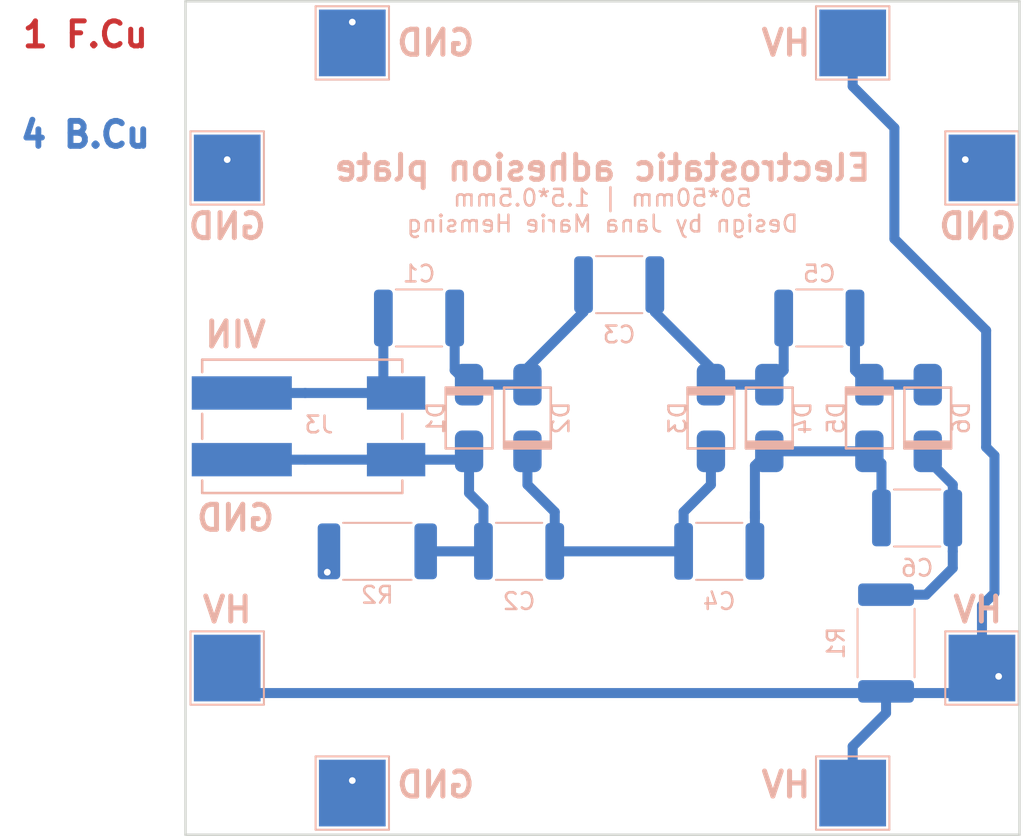
<source format=kicad_pcb>
(kicad_pcb (version 20171130) (host pcbnew 5.1.5+dfsg1-2build2)

  (general
    (thickness 1.6)
    (drawings 21)
    (tracks 78)
    (zones 0)
    (modules 23)
    (nets 11)
  )

  (page A4)
  (layers
    (0 F.Cu signal)
    (1 In1.Cu signal)
    (2 In2.Cu signal)
    (31 B.Cu signal)
    (32 B.Adhes user)
    (33 F.Adhes user)
    (34 B.Paste user)
    (35 F.Paste user)
    (36 B.SilkS user)
    (37 F.SilkS user)
    (38 B.Mask user)
    (39 F.Mask user)
    (40 Dwgs.User user)
    (41 Cmts.User user)
    (42 Eco1.User user)
    (43 Eco2.User user)
    (44 Edge.Cuts user)
    (45 Margin user)
    (46 B.CrtYd user)
    (47 F.CrtYd user)
    (48 B.Fab user hide)
    (49 F.Fab user hide)
  )

  (setup
    (last_trace_width 0.25)
    (user_trace_width 0.4)
    (user_trace_width 0.6)
    (user_trace_width 0.8)
    (trace_clearance 0.2)
    (zone_clearance 0)
    (zone_45_only no)
    (trace_min 0.2)
    (via_size 0.8)
    (via_drill 0.4)
    (via_min_size 0.4)
    (via_min_drill 0.3)
    (user_via 0.6 0.4)
    (uvia_size 0.3)
    (uvia_drill 0.1)
    (uvias_allowed no)
    (uvia_min_size 0.2)
    (uvia_min_drill 0.1)
    (edge_width 0.15)
    (segment_width 0.2)
    (pcb_text_width 0.3)
    (pcb_text_size 1.5 1.5)
    (mod_edge_width 0.15)
    (mod_text_size 1 1)
    (mod_text_width 0.15)
    (pad_size 0.9 0.9)
    (pad_drill 0.8)
    (pad_to_mask_clearance 0.051)
    (solder_mask_min_width 0.25)
    (aux_axis_origin 0 0)
    (visible_elements FFFFFF7F)
    (pcbplotparams
      (layerselection 0x010fc_ffffffff)
      (usegerberextensions true)
      (usegerberattributes true)
      (usegerberadvancedattributes false)
      (creategerberjobfile false)
      (excludeedgelayer false)
      (linewidth 0.100000)
      (plotframeref false)
      (viasonmask false)
      (mode 1)
      (useauxorigin false)
      (hpglpennumber 1)
      (hpglpenspeed 20)
      (hpglpendiameter 15.000000)
      (psnegative false)
      (psa4output false)
      (plotreference true)
      (plotvalue true)
      (plotinvisibletext false)
      (padsonsilk false)
      (subtractmaskfromsilk false)
      (outputformat 1)
      (mirror false)
      (drillshape 0)
      (scaleselection 1)
      (outputdirectory "gerber/"))
  )

  (net 0 "")
  (net 1 /N6)
  (net 2 /N5)
  (net 3 /N4)
  (net 4 /N3)
  (net 5 /N2)
  (net 6 /N1)
  (net 7 /GND)
  (net 8 /HV)
  (net 9 /GNDE)
  (net 10 /IN1)

  (net_class Default "Dies ist die voreingestellte Netzklasse."
    (clearance 0.2)
    (trace_width 0.25)
    (via_dia 0.8)
    (via_drill 0.4)
    (uvia_dia 0.3)
    (uvia_drill 0.1)
    (add_net /GND)
    (add_net /GNDE)
    (add_net /HV)
    (add_net /IN1)
    (add_net /N1)
    (add_net /N2)
    (add_net /N3)
    (add_net /N4)
    (add_net /N5)
    (add_net /N6)
  )

  (module TestPoint:TestPoint_Pad_4.0x4.0mm (layer B.Cu) (tedit 5A0F774F) (tstamp 5C80585E)
    (at 135 122.5 270)
    (descr "SMD rectangular pad as test Point, square 4.0mm side length")
    (tags "test point SMD pad rectangle square")
    (path /5C48BB48)
    (attr virtual)
    (fp_text reference J2 (at 0 2.898 270) (layer B.SilkS) hide
      (effects (font (size 1 1) (thickness 0.15)) (justify mirror))
    )
    (fp_text value GND (at 0 -3.1 270) (layer B.Fab)
      (effects (font (size 1 1) (thickness 0.15)) (justify mirror))
    )
    (fp_line (start 2.5 -2.5) (end -2.5 -2.5) (layer B.CrtYd) (width 0.05))
    (fp_line (start 2.5 -2.5) (end 2.5 2.5) (layer B.CrtYd) (width 0.05))
    (fp_line (start -2.5 2.5) (end -2.5 -2.5) (layer B.CrtYd) (width 0.05))
    (fp_line (start -2.5 2.5) (end 2.5 2.5) (layer B.CrtYd) (width 0.05))
    (fp_line (start -2.2 -2.2) (end -2.2 2.2) (layer B.SilkS) (width 0.12))
    (fp_line (start 2.2 -2.2) (end -2.2 -2.2) (layer B.SilkS) (width 0.12))
    (fp_line (start 2.2 2.2) (end 2.2 -2.2) (layer B.SilkS) (width 0.12))
    (fp_line (start -2.2 2.2) (end 2.2 2.2) (layer B.SilkS) (width 0.12))
    (fp_text user %R (at 0 2.9 270) (layer B.Fab)
      (effects (font (size 1 1) (thickness 0.15)) (justify mirror))
    )
    (pad 1 smd rect (at 0 0 270) (size 4 4) (layers B.Cu B.Mask)
      (net 9 /GNDE))
  )

  (module TestPoint:TestPoint_Pad_4.0x4.0mm (layer B.Cu) (tedit 5A0F774F) (tstamp 5C805243)
    (at 165 122.5 270)
    (descr "SMD rectangular pad as test Point, square 4.0mm side length")
    (tags "test point SMD pad rectangle square")
    (path /5C48D2D4)
    (attr virtual)
    (fp_text reference J7 (at 0 2.898 270) (layer B.SilkS) hide
      (effects (font (size 1 1) (thickness 0.15)) (justify mirror))
    )
    (fp_text value HV (at 0 -3.1 270) (layer B.Fab)
      (effects (font (size 1 1) (thickness 0.15)) (justify mirror))
    )
    (fp_line (start 2.5 -2.5) (end -2.5 -2.5) (layer B.CrtYd) (width 0.05))
    (fp_line (start 2.5 -2.5) (end 2.5 2.5) (layer B.CrtYd) (width 0.05))
    (fp_line (start -2.5 2.5) (end -2.5 -2.5) (layer B.CrtYd) (width 0.05))
    (fp_line (start -2.5 2.5) (end 2.5 2.5) (layer B.CrtYd) (width 0.05))
    (fp_line (start -2.2 -2.2) (end -2.2 2.2) (layer B.SilkS) (width 0.12))
    (fp_line (start 2.2 -2.2) (end -2.2 -2.2) (layer B.SilkS) (width 0.12))
    (fp_line (start 2.2 2.2) (end 2.2 -2.2) (layer B.SilkS) (width 0.12))
    (fp_line (start -2.2 2.2) (end 2.2 2.2) (layer B.SilkS) (width 0.12))
    (fp_text user %R (at 0 2.9 270) (layer B.Fab)
      (effects (font (size 1 1) (thickness 0.15)) (justify mirror))
    )
    (pad 1 smd rect (at 0 0 270) (size 4 4) (layers B.Cu B.Mask)
      (net 8 /HV))
  )

  (module TestPoint:TestPoint_Pad_4.0x4.0mm (layer B.Cu) (tedit 5A0F774F) (tstamp 5C805236)
    (at 127.5 85 180)
    (descr "SMD rectangular pad as test Point, square 4.0mm side length")
    (tags "test point SMD pad rectangle square")
    (path /5C4911D9)
    (attr virtual)
    (fp_text reference J6 (at 0 2.898 180) (layer B.SilkS) hide
      (effects (font (size 1 1) (thickness 0.15)) (justify mirror))
    )
    (fp_text value GND (at 0 -3.1 180) (layer B.Fab)
      (effects (font (size 1 1) (thickness 0.15)) (justify mirror))
    )
    (fp_line (start 2.5 -2.5) (end -2.5 -2.5) (layer B.CrtYd) (width 0.05))
    (fp_line (start 2.5 -2.5) (end 2.5 2.5) (layer B.CrtYd) (width 0.05))
    (fp_line (start -2.5 2.5) (end -2.5 -2.5) (layer B.CrtYd) (width 0.05))
    (fp_line (start -2.5 2.5) (end 2.5 2.5) (layer B.CrtYd) (width 0.05))
    (fp_line (start -2.2 -2.2) (end -2.2 2.2) (layer B.SilkS) (width 0.12))
    (fp_line (start 2.2 -2.2) (end -2.2 -2.2) (layer B.SilkS) (width 0.12))
    (fp_line (start 2.2 2.2) (end 2.2 -2.2) (layer B.SilkS) (width 0.12))
    (fp_line (start -2.2 2.2) (end 2.2 2.2) (layer B.SilkS) (width 0.12))
    (fp_text user %R (at 0 2.9 180) (layer B.Fab)
      (effects (font (size 1 1) (thickness 0.15)) (justify mirror))
    )
    (pad 1 smd rect (at 0 0 180) (size 4 4) (layers B.Cu B.Mask)
      (net 9 /GNDE))
  )

  (module TestPoint:TestPoint_Pad_4.0x4.0mm (layer B.Cu) (tedit 5A0F774F) (tstamp 5C805229)
    (at 135 77.5 270)
    (descr "SMD rectangular pad as test Point, square 4.0mm side length")
    (tags "test point SMD pad rectangle square")
    (path /5C490A61)
    (attr virtual)
    (fp_text reference J5 (at 0 2.898 270) (layer B.SilkS) hide
      (effects (font (size 1 1) (thickness 0.15)) (justify mirror))
    )
    (fp_text value GND (at 0 -3.1 270) (layer B.Fab)
      (effects (font (size 1 1) (thickness 0.15)) (justify mirror))
    )
    (fp_line (start 2.5 -2.5) (end -2.5 -2.5) (layer B.CrtYd) (width 0.05))
    (fp_line (start 2.5 -2.5) (end 2.5 2.5) (layer B.CrtYd) (width 0.05))
    (fp_line (start -2.5 2.5) (end -2.5 -2.5) (layer B.CrtYd) (width 0.05))
    (fp_line (start -2.5 2.5) (end 2.5 2.5) (layer B.CrtYd) (width 0.05))
    (fp_line (start -2.2 -2.2) (end -2.2 2.2) (layer B.SilkS) (width 0.12))
    (fp_line (start 2.2 -2.2) (end -2.2 -2.2) (layer B.SilkS) (width 0.12))
    (fp_line (start 2.2 2.2) (end 2.2 -2.2) (layer B.SilkS) (width 0.12))
    (fp_line (start -2.2 2.2) (end 2.2 2.2) (layer B.SilkS) (width 0.12))
    (fp_text user %R (at 0 2.9 270) (layer B.Fab)
      (effects (font (size 1 1) (thickness 0.15)) (justify mirror))
    )
    (pad 1 smd rect (at 0 0 270) (size 4 4) (layers B.Cu B.Mask)
      (net 9 /GNDE))
  )

  (module TestPoint:TestPoint_Pad_4.0x4.0mm (layer B.Cu) (tedit 5A0F774F) (tstamp 5C80521C)
    (at 165 77.5 270)
    (descr "SMD rectangular pad as test Point, square 4.0mm side length")
    (tags "test point SMD pad rectangle square")
    (path /5C48C014)
    (attr virtual)
    (fp_text reference J8 (at 0 2.898 270) (layer B.SilkS) hide
      (effects (font (size 1 1) (thickness 0.15)) (justify mirror))
    )
    (fp_text value HV (at 0 -3.1 270) (layer B.Fab)
      (effects (font (size 1 1) (thickness 0.15)) (justify mirror))
    )
    (fp_line (start 2.5 -2.5) (end -2.5 -2.5) (layer B.CrtYd) (width 0.05))
    (fp_line (start 2.5 -2.5) (end 2.5 2.5) (layer B.CrtYd) (width 0.05))
    (fp_line (start -2.5 2.5) (end -2.5 -2.5) (layer B.CrtYd) (width 0.05))
    (fp_line (start -2.5 2.5) (end 2.5 2.5) (layer B.CrtYd) (width 0.05))
    (fp_line (start -2.2 -2.2) (end -2.2 2.2) (layer B.SilkS) (width 0.12))
    (fp_line (start 2.2 -2.2) (end -2.2 -2.2) (layer B.SilkS) (width 0.12))
    (fp_line (start 2.2 2.2) (end 2.2 -2.2) (layer B.SilkS) (width 0.12))
    (fp_line (start -2.2 2.2) (end 2.2 2.2) (layer B.SilkS) (width 0.12))
    (fp_text user %R (at 0 2.9 270) (layer B.Fab)
      (effects (font (size 1 1) (thickness 0.15)) (justify mirror))
    )
    (pad 1 smd rect (at 0 0 270) (size 4 4) (layers B.Cu B.Mask)
      (net 8 /HV))
  )

  (module TestPoint:TestPoint_Pad_4.0x4.0mm (layer B.Cu) (tedit 5A0F774F) (tstamp 5C80520F)
    (at 172.75 115 180)
    (descr "SMD rectangular pad as test Point, square 4.0mm side length")
    (tags "test point SMD pad rectangle square")
    (path /5C48D8C9)
    (attr virtual)
    (fp_text reference J9 (at 0 2.898 180) (layer B.SilkS) hide
      (effects (font (size 1 1) (thickness 0.15)) (justify mirror))
    )
    (fp_text value HV (at 0 -3.1 180) (layer B.Fab)
      (effects (font (size 1 1) (thickness 0.15)) (justify mirror))
    )
    (fp_line (start 2.5 -2.5) (end -2.5 -2.5) (layer B.CrtYd) (width 0.05))
    (fp_line (start 2.5 -2.5) (end 2.5 2.5) (layer B.CrtYd) (width 0.05))
    (fp_line (start -2.5 2.5) (end -2.5 -2.5) (layer B.CrtYd) (width 0.05))
    (fp_line (start -2.5 2.5) (end 2.5 2.5) (layer B.CrtYd) (width 0.05))
    (fp_line (start -2.2 -2.2) (end -2.2 2.2) (layer B.SilkS) (width 0.12))
    (fp_line (start 2.2 -2.2) (end -2.2 -2.2) (layer B.SilkS) (width 0.12))
    (fp_line (start 2.2 2.2) (end 2.2 -2.2) (layer B.SilkS) (width 0.12))
    (fp_line (start -2.2 2.2) (end 2.2 2.2) (layer B.SilkS) (width 0.12))
    (fp_text user %R (at 0 2.9 180) (layer B.Fab)
      (effects (font (size 1 1) (thickness 0.15)) (justify mirror))
    )
    (pad 1 smd rect (at 0 0 180) (size 4 4) (layers B.Cu B.Mask)
      (net 8 /HV))
  )

  (module TestPoint:TestPoint_Pad_4.0x4.0mm (layer B.Cu) (tedit 5A0F774F) (tstamp 5C805202)
    (at 127.5 115 180)
    (descr "SMD rectangular pad as test Point, square 4.0mm side length")
    (tags "test point SMD pad rectangle square")
    (path /5C48DEB8)
    (attr virtual)
    (fp_text reference J10 (at 0 2.898 180) (layer B.SilkS) hide
      (effects (font (size 1 1) (thickness 0.15)) (justify mirror))
    )
    (fp_text value HV (at 0 -3.1 180) (layer B.Fab)
      (effects (font (size 1 1) (thickness 0.15)) (justify mirror))
    )
    (fp_line (start 2.5 -2.5) (end -2.5 -2.5) (layer B.CrtYd) (width 0.05))
    (fp_line (start 2.5 -2.5) (end 2.5 2.5) (layer B.CrtYd) (width 0.05))
    (fp_line (start -2.5 2.5) (end -2.5 -2.5) (layer B.CrtYd) (width 0.05))
    (fp_line (start -2.5 2.5) (end 2.5 2.5) (layer B.CrtYd) (width 0.05))
    (fp_line (start -2.2 -2.2) (end -2.2 2.2) (layer B.SilkS) (width 0.12))
    (fp_line (start 2.2 -2.2) (end -2.2 -2.2) (layer B.SilkS) (width 0.12))
    (fp_line (start 2.2 2.2) (end 2.2 -2.2) (layer B.SilkS) (width 0.12))
    (fp_line (start -2.2 2.2) (end 2.2 2.2) (layer B.SilkS) (width 0.12))
    (fp_text user %R (at 0 2.9 180) (layer B.Fab)
      (effects (font (size 1 1) (thickness 0.15)) (justify mirror))
    )
    (pad 1 smd rect (at 0 0 180) (size 4 4) (layers B.Cu B.Mask)
      (net 8 /HV))
  )

  (module TestPoint:TestPoint_Pad_4.0x4.0mm (layer B.Cu) (tedit 5A0F774F) (tstamp 5C8051F5)
    (at 172.75 85 180)
    (descr "SMD rectangular pad as test Point, square 4.0mm side length")
    (tags "test point SMD pad rectangle square")
    (path /5C490265)
    (attr virtual)
    (fp_text reference J4 (at 0 2.898 180) (layer B.SilkS) hide
      (effects (font (size 1 1) (thickness 0.15)) (justify mirror))
    )
    (fp_text value GND (at 0 -3.1 180) (layer B.Fab)
      (effects (font (size 1 1) (thickness 0.15)) (justify mirror))
    )
    (fp_line (start 2.5 -2.5) (end -2.5 -2.5) (layer B.CrtYd) (width 0.05))
    (fp_line (start 2.5 -2.5) (end 2.5 2.5) (layer B.CrtYd) (width 0.05))
    (fp_line (start -2.5 2.5) (end -2.5 -2.5) (layer B.CrtYd) (width 0.05))
    (fp_line (start -2.5 2.5) (end 2.5 2.5) (layer B.CrtYd) (width 0.05))
    (fp_line (start -2.2 -2.2) (end -2.2 2.2) (layer B.SilkS) (width 0.12))
    (fp_line (start 2.2 -2.2) (end -2.2 -2.2) (layer B.SilkS) (width 0.12))
    (fp_line (start 2.2 2.2) (end 2.2 -2.2) (layer B.SilkS) (width 0.12))
    (fp_line (start -2.2 2.2) (end 2.2 2.2) (layer B.SilkS) (width 0.12))
    (fp_text user %R (at 0 2.9 180) (layer B.Fab)
      (effects (font (size 1 1) (thickness 0.15)) (justify mirror))
    )
    (pad 1 smd rect (at 0 0 180) (size 4 4) (layers B.Cu B.Mask)
      (net 9 /GNDE))
  )

  (module Resistor_SMD:R_2512_6332Metric (layer B.Cu) (tedit 5B301BBD) (tstamp 5C5F6B39)
    (at 167 113.5 90)
    (descr "Resistor SMD 2512 (6332 Metric), square (rectangular) end terminal, IPC_7351 nominal, (Body size source: http://www.tortai-tech.com/upload/download/2011102023233369053.pdf), generated with kicad-footprint-generator")
    (tags resistor)
    (path /5C488BEF)
    (attr smd)
    (fp_text reference R1 (at 0 -3 90) (layer B.SilkS)
      (effects (font (size 1 1) (thickness 0.15)) (justify mirror))
    )
    (fp_text value 33M (at 0 -2.62 90) (layer B.Fab)
      (effects (font (size 1 1) (thickness 0.15)) (justify mirror))
    )
    (fp_text user %R (at 0 0 90) (layer B.Fab)
      (effects (font (size 1 1) (thickness 0.15)) (justify mirror))
    )
    (fp_line (start 3.82 -1.92) (end -3.82 -1.92) (layer B.CrtYd) (width 0.05))
    (fp_line (start 3.82 1.92) (end 3.82 -1.92) (layer B.CrtYd) (width 0.05))
    (fp_line (start -3.82 1.92) (end 3.82 1.92) (layer B.CrtYd) (width 0.05))
    (fp_line (start -3.82 -1.92) (end -3.82 1.92) (layer B.CrtYd) (width 0.05))
    (fp_line (start -2.052064 -1.71) (end 2.052064 -1.71) (layer B.SilkS) (width 0.12))
    (fp_line (start -2.052064 1.71) (end 2.052064 1.71) (layer B.SilkS) (width 0.12))
    (fp_line (start 3.15 -1.6) (end -3.15 -1.6) (layer B.Fab) (width 0.1))
    (fp_line (start 3.15 1.6) (end 3.15 -1.6) (layer B.Fab) (width 0.1))
    (fp_line (start -3.15 1.6) (end 3.15 1.6) (layer B.Fab) (width 0.1))
    (fp_line (start -3.15 -1.6) (end -3.15 1.6) (layer B.Fab) (width 0.1))
    (pad 2 smd roundrect (at 2.9 0 90) (size 1.35 3.35) (layers B.Cu B.Paste B.Mask) (roundrect_rratio 0.185185)
      (net 1 /N6))
    (pad 1 smd roundrect (at -2.9 0 90) (size 1.35 3.35) (layers B.Cu B.Paste B.Mask) (roundrect_rratio 0.185185)
      (net 8 /HV))
    (model ${KISYS3DMOD}/Resistor_SMD.3dshapes/R_2512_6332Metric.wrl
      (at (xyz 0 0 0))
      (scale (xyz 1 1 1))
      (rotate (xyz 0 0 0))
    )
  )

  (module Resistor_SMD:R_2512_6332Metric (layer B.Cu) (tedit 5B301BBD) (tstamp 5C73DC9C)
    (at 136.5 108)
    (descr "Resistor SMD 2512 (6332 Metric), square (rectangular) end terminal, IPC_7351 nominal, (Body size source: http://www.tortai-tech.com/upload/download/2011102023233369053.pdf), generated with kicad-footprint-generator")
    (tags resistor)
    (path /5C632141)
    (attr smd)
    (fp_text reference R2 (at 0 2.62) (layer B.SilkS)
      (effects (font (size 1 1) (thickness 0.15)) (justify mirror))
    )
    (fp_text value 33M (at 0 -2.62) (layer B.Fab)
      (effects (font (size 1 1) (thickness 0.15)) (justify mirror))
    )
    (fp_text user %R (at 0 0) (layer B.Fab)
      (effects (font (size 1 1) (thickness 0.15)) (justify mirror))
    )
    (fp_line (start 3.82 -1.92) (end -3.82 -1.92) (layer B.CrtYd) (width 0.05))
    (fp_line (start 3.82 1.92) (end 3.82 -1.92) (layer B.CrtYd) (width 0.05))
    (fp_line (start -3.82 1.92) (end 3.82 1.92) (layer B.CrtYd) (width 0.05))
    (fp_line (start -3.82 -1.92) (end -3.82 1.92) (layer B.CrtYd) (width 0.05))
    (fp_line (start -2.052064 -1.71) (end 2.052064 -1.71) (layer B.SilkS) (width 0.12))
    (fp_line (start -2.052064 1.71) (end 2.052064 1.71) (layer B.SilkS) (width 0.12))
    (fp_line (start 3.15 -1.6) (end -3.15 -1.6) (layer B.Fab) (width 0.1))
    (fp_line (start 3.15 1.6) (end 3.15 -1.6) (layer B.Fab) (width 0.1))
    (fp_line (start -3.15 1.6) (end 3.15 1.6) (layer B.Fab) (width 0.1))
    (fp_line (start -3.15 -1.6) (end -3.15 1.6) (layer B.Fab) (width 0.1))
    (pad 2 smd roundrect (at 2.9 0) (size 1.35 3.35) (layers B.Cu B.Paste B.Mask) (roundrect_rratio 0.185185)
      (net 7 /GND))
    (pad 1 smd roundrect (at -2.9 0) (size 1.35 3.35) (layers B.Cu B.Paste B.Mask) (roundrect_rratio 0.185185)
      (net 9 /GNDE))
    (model ${KISYS3DMOD}/Resistor_SMD.3dshapes/R_2512_6332Metric.wrl
      (at (xyz 0 0 0))
      (scale (xyz 1 1 1))
      (rotate (xyz 0 0 0))
    )
  )

  (module otter:LED_Connector (layer B.Cu) (tedit 5C6FF365) (tstamp 5C73DC7D)
    (at 133 100.5)
    (path /5C780CB9)
    (fp_text reference J3 (at 0 -0.1) (layer B.SilkS)
      (effects (font (size 1 1) (thickness 0.15)) (justify mirror))
    )
    (fp_text value IN+ (at -1 4.75) (layer B.Fab)
      (effects (font (size 1 1) (thickness 0.15)) (justify mirror))
    )
    (fp_line (start -7 -0.75) (end -7 0.75) (layer B.SilkS) (width 0.15))
    (fp_line (start -7 3.25) (end -7 4) (layer B.SilkS) (width 0.15))
    (fp_line (start 5 3.25) (end 5 4) (layer B.SilkS) (width 0.15))
    (fp_line (start 5 -0.75) (end 5 0.75) (layer B.SilkS) (width 0.15))
    (fp_line (start 5 -4) (end 5 -3.25) (layer B.SilkS) (width 0.15))
    (fp_line (start -7 -4) (end -7 -3.25) (layer B.SilkS) (width 0.15))
    (fp_line (start -7 4) (end 5 4) (layer B.SilkS) (width 0.15))
    (fp_line (start 5 -4) (end -7 -4) (layer B.SilkS) (width 0.15))
    (pad 2 smd rect (at 4.625 -2) (size 3.5 2) (layers B.Cu B.Paste B.Mask)
      (net 10 /IN1))
    (pad 1 smd rect (at 4.625 2) (size 3.5 2) (layers B.Cu B.Paste B.Mask)
      (net 7 /GND))
    (pad 2 smd rect (at -4.625 -2) (size 6 2) (layers B.Cu B.Paste B.Mask)
      (net 10 /IN1))
    (pad 1 smd rect (at -4.625 2) (size 6 2) (layers B.Cu B.Paste B.Mask)
      (net 7 /GND))
  )

  (module Capacitor_SMD:C_1812_4532Metric (layer B.Cu) (tedit 5B301BBE) (tstamp 5C6A3060)
    (at 145 108 180)
    (descr "Capacitor SMD 1812 (4532 Metric), square (rectangular) end terminal, IPC_7351 nominal, (Body size source: https://www.nikhef.nl/pub/departments/mt/projects/detectorR_D/dtddice/ERJ2G.pdf), generated with kicad-footprint-generator")
    (tags capacitor)
    (path /5C4890BA)
    (attr smd)
    (fp_text reference C2 (at 0 -3 180) (layer B.SilkS)
      (effects (font (size 1 1) (thickness 0.15)) (justify mirror))
    )
    (fp_text value 1n (at 0 -2.65 180) (layer B.Fab)
      (effects (font (size 1 1) (thickness 0.15)) (justify mirror))
    )
    (fp_text user %R (at 0 0 180) (layer B.Fab)
      (effects (font (size 1 1) (thickness 0.15)) (justify mirror))
    )
    (fp_line (start 2.95 -1.95) (end -2.95 -1.95) (layer B.CrtYd) (width 0.05))
    (fp_line (start 2.95 1.95) (end 2.95 -1.95) (layer B.CrtYd) (width 0.05))
    (fp_line (start -2.95 1.95) (end 2.95 1.95) (layer B.CrtYd) (width 0.05))
    (fp_line (start -2.95 -1.95) (end -2.95 1.95) (layer B.CrtYd) (width 0.05))
    (fp_line (start -1.386252 -1.71) (end 1.386252 -1.71) (layer B.SilkS) (width 0.12))
    (fp_line (start -1.386252 1.71) (end 1.386252 1.71) (layer B.SilkS) (width 0.12))
    (fp_line (start 2.25 -1.6) (end -2.25 -1.6) (layer B.Fab) (width 0.1))
    (fp_line (start 2.25 1.6) (end 2.25 -1.6) (layer B.Fab) (width 0.1))
    (fp_line (start -2.25 1.6) (end 2.25 1.6) (layer B.Fab) (width 0.1))
    (fp_line (start -2.25 -1.6) (end -2.25 1.6) (layer B.Fab) (width 0.1))
    (pad 2 smd roundrect (at 2.1375 0 180) (size 1.125 3.4) (layers B.Cu B.Paste B.Mask) (roundrect_rratio 0.222222)
      (net 7 /GND))
    (pad 1 smd roundrect (at -2.1375 0 180) (size 1.125 3.4) (layers B.Cu B.Paste B.Mask) (roundrect_rratio 0.222222)
      (net 5 /N2))
    (model ${KISYS3DMOD}/Capacitor_SMD.3dshapes/C_1812_4532Metric.wrl
      (at (xyz 0 0 0))
      (scale (xyz 1 1 1))
      (rotate (xyz 0 0 0))
    )
  )

  (module Capacitor_SMD:C_1812_4532Metric (layer B.Cu) (tedit 5B301BBE) (tstamp 5C6A304F)
    (at 151 92 180)
    (descr "Capacitor SMD 1812 (4532 Metric), square (rectangular) end terminal, IPC_7351 nominal, (Body size source: https://www.nikhef.nl/pub/departments/mt/projects/detectorR_D/dtddice/ERJ2G.pdf), generated with kicad-footprint-generator")
    (tags capacitor)
    (path /5C489447)
    (attr smd)
    (fp_text reference C3 (at 0 -3 180) (layer B.SilkS)
      (effects (font (size 1 1) (thickness 0.15)) (justify mirror))
    )
    (fp_text value 1n (at 0 -2.65 180) (layer B.Fab)
      (effects (font (size 1 1) (thickness 0.15)) (justify mirror))
    )
    (fp_text user %R (at 0 0 180) (layer B.Fab)
      (effects (font (size 1 1) (thickness 0.15)) (justify mirror))
    )
    (fp_line (start 2.95 -1.95) (end -2.95 -1.95) (layer B.CrtYd) (width 0.05))
    (fp_line (start 2.95 1.95) (end 2.95 -1.95) (layer B.CrtYd) (width 0.05))
    (fp_line (start -2.95 1.95) (end 2.95 1.95) (layer B.CrtYd) (width 0.05))
    (fp_line (start -2.95 -1.95) (end -2.95 1.95) (layer B.CrtYd) (width 0.05))
    (fp_line (start -1.386252 -1.71) (end 1.386252 -1.71) (layer B.SilkS) (width 0.12))
    (fp_line (start -1.386252 1.71) (end 1.386252 1.71) (layer B.SilkS) (width 0.12))
    (fp_line (start 2.25 -1.6) (end -2.25 -1.6) (layer B.Fab) (width 0.1))
    (fp_line (start 2.25 1.6) (end 2.25 -1.6) (layer B.Fab) (width 0.1))
    (fp_line (start -2.25 1.6) (end 2.25 1.6) (layer B.Fab) (width 0.1))
    (fp_line (start -2.25 -1.6) (end -2.25 1.6) (layer B.Fab) (width 0.1))
    (pad 2 smd roundrect (at 2.1375 0 180) (size 1.125 3.4) (layers B.Cu B.Paste B.Mask) (roundrect_rratio 0.222222)
      (net 6 /N1))
    (pad 1 smd roundrect (at -2.1375 0 180) (size 1.125 3.4) (layers B.Cu B.Paste B.Mask) (roundrect_rratio 0.222222)
      (net 4 /N3))
    (model ${KISYS3DMOD}/Capacitor_SMD.3dshapes/C_1812_4532Metric.wrl
      (at (xyz 0 0 0))
      (scale (xyz 1 1 1))
      (rotate (xyz 0 0 0))
    )
  )

  (module Capacitor_SMD:C_1812_4532Metric (layer B.Cu) (tedit 5B301BBE) (tstamp 5C6A303E)
    (at 157 108 180)
    (descr "Capacitor SMD 1812 (4532 Metric), square (rectangular) end terminal, IPC_7351 nominal, (Body size source: https://www.nikhef.nl/pub/departments/mt/projects/detectorR_D/dtddice/ERJ2G.pdf), generated with kicad-footprint-generator")
    (tags capacitor)
    (path /5C489455)
    (attr smd)
    (fp_text reference C4 (at 0 -3 180) (layer B.SilkS)
      (effects (font (size 1 1) (thickness 0.15)) (justify mirror))
    )
    (fp_text value 1n (at 0 -2.65 180) (layer B.Fab)
      (effects (font (size 1 1) (thickness 0.15)) (justify mirror))
    )
    (fp_text user %R (at 0 0 180) (layer B.Fab)
      (effects (font (size 1 1) (thickness 0.15)) (justify mirror))
    )
    (fp_line (start 2.95 -1.95) (end -2.95 -1.95) (layer B.CrtYd) (width 0.05))
    (fp_line (start 2.95 1.95) (end 2.95 -1.95) (layer B.CrtYd) (width 0.05))
    (fp_line (start -2.95 1.95) (end 2.95 1.95) (layer B.CrtYd) (width 0.05))
    (fp_line (start -2.95 -1.95) (end -2.95 1.95) (layer B.CrtYd) (width 0.05))
    (fp_line (start -1.386252 -1.71) (end 1.386252 -1.71) (layer B.SilkS) (width 0.12))
    (fp_line (start -1.386252 1.71) (end 1.386252 1.71) (layer B.SilkS) (width 0.12))
    (fp_line (start 2.25 -1.6) (end -2.25 -1.6) (layer B.Fab) (width 0.1))
    (fp_line (start 2.25 1.6) (end 2.25 -1.6) (layer B.Fab) (width 0.1))
    (fp_line (start -2.25 1.6) (end 2.25 1.6) (layer B.Fab) (width 0.1))
    (fp_line (start -2.25 -1.6) (end -2.25 1.6) (layer B.Fab) (width 0.1))
    (pad 2 smd roundrect (at 2.1375 0 180) (size 1.125 3.4) (layers B.Cu B.Paste B.Mask) (roundrect_rratio 0.222222)
      (net 5 /N2))
    (pad 1 smd roundrect (at -2.1375 0 180) (size 1.125 3.4) (layers B.Cu B.Paste B.Mask) (roundrect_rratio 0.222222)
      (net 3 /N4))
    (model ${KISYS3DMOD}/Capacitor_SMD.3dshapes/C_1812_4532Metric.wrl
      (at (xyz 0 0 0))
      (scale (xyz 1 1 1))
      (rotate (xyz 0 0 0))
    )
  )

  (module Capacitor_SMD:C_1812_4532Metric (layer B.Cu) (tedit 5B301BBE) (tstamp 5C6A302D)
    (at 163 94 180)
    (descr "Capacitor SMD 1812 (4532 Metric), square (rectangular) end terminal, IPC_7351 nominal, (Body size source: https://www.nikhef.nl/pub/departments/mt/projects/detectorR_D/dtddice/ERJ2G.pdf), generated with kicad-footprint-generator")
    (tags capacitor)
    (path /5C4896B9)
    (attr smd)
    (fp_text reference C5 (at 0 2.65 180) (layer B.SilkS)
      (effects (font (size 1 1) (thickness 0.15)) (justify mirror))
    )
    (fp_text value 1n (at 0 -2.65 180) (layer B.Fab)
      (effects (font (size 1 1) (thickness 0.15)) (justify mirror))
    )
    (fp_text user %R (at 0 0 180) (layer B.Fab)
      (effects (font (size 1 1) (thickness 0.15)) (justify mirror))
    )
    (fp_line (start 2.95 -1.95) (end -2.95 -1.95) (layer B.CrtYd) (width 0.05))
    (fp_line (start 2.95 1.95) (end 2.95 -1.95) (layer B.CrtYd) (width 0.05))
    (fp_line (start -2.95 1.95) (end 2.95 1.95) (layer B.CrtYd) (width 0.05))
    (fp_line (start -2.95 -1.95) (end -2.95 1.95) (layer B.CrtYd) (width 0.05))
    (fp_line (start -1.386252 -1.71) (end 1.386252 -1.71) (layer B.SilkS) (width 0.12))
    (fp_line (start -1.386252 1.71) (end 1.386252 1.71) (layer B.SilkS) (width 0.12))
    (fp_line (start 2.25 -1.6) (end -2.25 -1.6) (layer B.Fab) (width 0.1))
    (fp_line (start 2.25 1.6) (end 2.25 -1.6) (layer B.Fab) (width 0.1))
    (fp_line (start -2.25 1.6) (end 2.25 1.6) (layer B.Fab) (width 0.1))
    (fp_line (start -2.25 -1.6) (end -2.25 1.6) (layer B.Fab) (width 0.1))
    (pad 2 smd roundrect (at 2.1375 0 180) (size 1.125 3.4) (layers B.Cu B.Paste B.Mask) (roundrect_rratio 0.222222)
      (net 4 /N3))
    (pad 1 smd roundrect (at -2.1375 0 180) (size 1.125 3.4) (layers B.Cu B.Paste B.Mask) (roundrect_rratio 0.222222)
      (net 2 /N5))
    (model ${KISYS3DMOD}/Capacitor_SMD.3dshapes/C_1812_4532Metric.wrl
      (at (xyz 0 0 0))
      (scale (xyz 1 1 1))
      (rotate (xyz 0 0 0))
    )
  )

  (module Capacitor_SMD:C_1812_4532Metric (layer B.Cu) (tedit 5B301BBE) (tstamp 5C6A301C)
    (at 168.8625 106 180)
    (descr "Capacitor SMD 1812 (4532 Metric), square (rectangular) end terminal, IPC_7351 nominal, (Body size source: https://www.nikhef.nl/pub/departments/mt/projects/detectorR_D/dtddice/ERJ2G.pdf), generated with kicad-footprint-generator")
    (tags capacitor)
    (path /5C4896C7)
    (attr smd)
    (fp_text reference C6 (at 0 -3 180) (layer B.SilkS)
      (effects (font (size 1 1) (thickness 0.15)) (justify mirror))
    )
    (fp_text value 1n (at 0 -2.65 180) (layer B.Fab)
      (effects (font (size 1 1) (thickness 0.15)) (justify mirror))
    )
    (fp_text user %R (at 0 0 180) (layer B.Fab)
      (effects (font (size 1 1) (thickness 0.15)) (justify mirror))
    )
    (fp_line (start 2.95 -1.95) (end -2.95 -1.95) (layer B.CrtYd) (width 0.05))
    (fp_line (start 2.95 1.95) (end 2.95 -1.95) (layer B.CrtYd) (width 0.05))
    (fp_line (start -2.95 1.95) (end 2.95 1.95) (layer B.CrtYd) (width 0.05))
    (fp_line (start -2.95 -1.95) (end -2.95 1.95) (layer B.CrtYd) (width 0.05))
    (fp_line (start -1.386252 -1.71) (end 1.386252 -1.71) (layer B.SilkS) (width 0.12))
    (fp_line (start -1.386252 1.71) (end 1.386252 1.71) (layer B.SilkS) (width 0.12))
    (fp_line (start 2.25 -1.6) (end -2.25 -1.6) (layer B.Fab) (width 0.1))
    (fp_line (start 2.25 1.6) (end 2.25 -1.6) (layer B.Fab) (width 0.1))
    (fp_line (start -2.25 1.6) (end 2.25 1.6) (layer B.Fab) (width 0.1))
    (fp_line (start -2.25 -1.6) (end -2.25 1.6) (layer B.Fab) (width 0.1))
    (pad 2 smd roundrect (at 2.1375 0 180) (size 1.125 3.4) (layers B.Cu B.Paste B.Mask) (roundrect_rratio 0.222222)
      (net 3 /N4))
    (pad 1 smd roundrect (at -2.1375 0 180) (size 1.125 3.4) (layers B.Cu B.Paste B.Mask) (roundrect_rratio 0.222222)
      (net 1 /N6))
    (model ${KISYS3DMOD}/Capacitor_SMD.3dshapes/C_1812_4532Metric.wrl
      (at (xyz 0 0 0))
      (scale (xyz 1 1 1))
      (rotate (xyz 0 0 0))
    )
  )

  (module otter:SMAF (layer B.Cu) (tedit 5C616ADC) (tstamp 5C8061D3)
    (at 145.5 100 90)
    (path /5C4890FC)
    (fp_text reference D2 (at -0.000001 2 90) (layer B.SilkS)
      (effects (font (size 1 1) (thickness 0.15)) (justify mirror))
    )
    (fp_text value D (at 0 7 90) (layer B.Fab)
      (effects (font (size 1 1) (thickness 0.15)) (justify mirror))
    )
    (fp_line (start -1.425 1.4) (end -1.425 -1.4) (layer B.SilkS) (width 0.15))
    (fp_line (start -1.525 1.4) (end -1.525 -1.4) (layer B.SilkS) (width 0.15))
    (fp_line (start -1.725 1.4) (end -1.725 -1.4) (layer B.SilkS) (width 0.15))
    (fp_line (start -1.625 1.4) (end -1.625 -1.4) (layer B.SilkS) (width 0.15))
    (fp_line (start -1.825 -1.4) (end 1.825 -1.4) (layer B.SilkS) (width 0.15))
    (fp_line (start -1.825 1.4) (end -1.825 -1.4) (layer B.SilkS) (width 0.15))
    (fp_line (start 1.825 1.4) (end -1.825 1.4) (layer B.SilkS) (width 0.15))
    (fp_line (start 1.825 -1.4) (end 1.825 1.4) (layer B.SilkS) (width 0.15))
    (pad 2 smd roundrect (at 2 0 90) (size 2.5 1.7) (layers B.Cu B.Paste B.Mask) (roundrect_rratio 0.25)
      (net 6 /N1))
    (pad 1 smd roundrect (at -2 0 90) (size 2.5 1.7) (layers B.Cu B.Paste B.Mask) (roundrect_rratio 0.25)
      (net 5 /N2))
  )

  (module otter:SMAF (layer B.Cu) (tedit 5C616ADC) (tstamp 5C6A2EE5)
    (at 156.5 100 270)
    (path /5C48944E)
    (fp_text reference D3 (at 0 2 270) (layer B.SilkS)
      (effects (font (size 1 1) (thickness 0.15)) (justify mirror))
    )
    (fp_text value D (at 0 7 270) (layer B.Fab)
      (effects (font (size 1 1) (thickness 0.15)) (justify mirror))
    )
    (fp_line (start -1.425 1.4) (end -1.425 -1.4) (layer B.SilkS) (width 0.15))
    (fp_line (start -1.525 1.4) (end -1.525 -1.4) (layer B.SilkS) (width 0.15))
    (fp_line (start -1.725 1.4) (end -1.725 -1.4) (layer B.SilkS) (width 0.15))
    (fp_line (start -1.625 1.4) (end -1.625 -1.4) (layer B.SilkS) (width 0.15))
    (fp_line (start -1.825 -1.4) (end 1.825 -1.4) (layer B.SilkS) (width 0.15))
    (fp_line (start -1.825 1.4) (end -1.825 -1.4) (layer B.SilkS) (width 0.15))
    (fp_line (start 1.825 1.4) (end -1.825 1.4) (layer B.SilkS) (width 0.15))
    (fp_line (start 1.825 -1.4) (end 1.825 1.4) (layer B.SilkS) (width 0.15))
    (pad 2 smd roundrect (at 2 0 270) (size 2.5 1.7) (layers B.Cu B.Paste B.Mask) (roundrect_rratio 0.25)
      (net 5 /N2))
    (pad 1 smd roundrect (at -2 0 270) (size 2.5 1.7) (layers B.Cu B.Paste B.Mask) (roundrect_rratio 0.25)
      (net 4 /N3))
  )

  (module otter:SMAF (layer B.Cu) (tedit 5C616ADC) (tstamp 5C6A2ED7)
    (at 160 100 90)
    (path /5C48945C)
    (fp_text reference D4 (at 0 2 90) (layer B.SilkS)
      (effects (font (size 1 1) (thickness 0.15)) (justify mirror))
    )
    (fp_text value D (at 0 7 90) (layer B.Fab)
      (effects (font (size 1 1) (thickness 0.15)) (justify mirror))
    )
    (fp_line (start -1.425 1.4) (end -1.425 -1.4) (layer B.SilkS) (width 0.15))
    (fp_line (start -1.525 1.4) (end -1.525 -1.4) (layer B.SilkS) (width 0.15))
    (fp_line (start -1.725 1.4) (end -1.725 -1.4) (layer B.SilkS) (width 0.15))
    (fp_line (start -1.625 1.4) (end -1.625 -1.4) (layer B.SilkS) (width 0.15))
    (fp_line (start -1.825 -1.4) (end 1.825 -1.4) (layer B.SilkS) (width 0.15))
    (fp_line (start -1.825 1.4) (end -1.825 -1.4) (layer B.SilkS) (width 0.15))
    (fp_line (start 1.825 1.4) (end -1.825 1.4) (layer B.SilkS) (width 0.15))
    (fp_line (start 1.825 -1.4) (end 1.825 1.4) (layer B.SilkS) (width 0.15))
    (pad 2 smd roundrect (at 2 0 90) (size 2.5 1.7) (layers B.Cu B.Paste B.Mask) (roundrect_rratio 0.25)
      (net 4 /N3))
    (pad 1 smd roundrect (at -2 0 90) (size 2.5 1.7) (layers B.Cu B.Paste B.Mask) (roundrect_rratio 0.25)
      (net 3 /N4))
  )

  (module otter:SMAF (layer B.Cu) (tedit 5C616ADC) (tstamp 5C6A2EC9)
    (at 166 100 270)
    (path /5C4896C0)
    (fp_text reference D5 (at 0 2 270) (layer B.SilkS)
      (effects (font (size 1 1) (thickness 0.15)) (justify mirror))
    )
    (fp_text value D (at 0 7 270) (layer B.Fab)
      (effects (font (size 1 1) (thickness 0.15)) (justify mirror))
    )
    (fp_line (start -1.425 1.4) (end -1.425 -1.4) (layer B.SilkS) (width 0.15))
    (fp_line (start -1.525 1.4) (end -1.525 -1.4) (layer B.SilkS) (width 0.15))
    (fp_line (start -1.725 1.4) (end -1.725 -1.4) (layer B.SilkS) (width 0.15))
    (fp_line (start -1.625 1.4) (end -1.625 -1.4) (layer B.SilkS) (width 0.15))
    (fp_line (start -1.825 -1.4) (end 1.825 -1.4) (layer B.SilkS) (width 0.15))
    (fp_line (start -1.825 1.4) (end -1.825 -1.4) (layer B.SilkS) (width 0.15))
    (fp_line (start 1.825 1.4) (end -1.825 1.4) (layer B.SilkS) (width 0.15))
    (fp_line (start 1.825 -1.4) (end 1.825 1.4) (layer B.SilkS) (width 0.15))
    (pad 2 smd roundrect (at 2 0 270) (size 2.5 1.7) (layers B.Cu B.Paste B.Mask) (roundrect_rratio 0.25)
      (net 3 /N4))
    (pad 1 smd roundrect (at -2 0 270) (size 2.5 1.7) (layers B.Cu B.Paste B.Mask) (roundrect_rratio 0.25)
      (net 2 /N5))
  )

  (module otter:SMAF (layer B.Cu) (tedit 5C616ADC) (tstamp 5C6A2EBB)
    (at 169.5 100 90)
    (path /5C4896CE)
    (fp_text reference D6 (at -0.000001 2 90) (layer B.SilkS)
      (effects (font (size 1 1) (thickness 0.15)) (justify mirror))
    )
    (fp_text value D (at 0 7 90) (layer B.Fab)
      (effects (font (size 1 1) (thickness 0.15)) (justify mirror))
    )
    (fp_line (start -1.425 1.4) (end -1.425 -1.4) (layer B.SilkS) (width 0.15))
    (fp_line (start -1.525 1.4) (end -1.525 -1.4) (layer B.SilkS) (width 0.15))
    (fp_line (start -1.725 1.4) (end -1.725 -1.4) (layer B.SilkS) (width 0.15))
    (fp_line (start -1.625 1.4) (end -1.625 -1.4) (layer B.SilkS) (width 0.15))
    (fp_line (start -1.825 -1.4) (end 1.825 -1.4) (layer B.SilkS) (width 0.15))
    (fp_line (start -1.825 1.4) (end -1.825 -1.4) (layer B.SilkS) (width 0.15))
    (fp_line (start 1.825 1.4) (end -1.825 1.4) (layer B.SilkS) (width 0.15))
    (fp_line (start 1.825 -1.4) (end 1.825 1.4) (layer B.SilkS) (width 0.15))
    (pad 2 smd roundrect (at 2 0 90) (size 2.5 1.7) (layers B.Cu B.Paste B.Mask) (roundrect_rratio 0.25)
      (net 2 /N5))
    (pad 1 smd roundrect (at -2 0 90) (size 2.5 1.7) (layers B.Cu B.Paste B.Mask) (roundrect_rratio 0.25)
      (net 1 /N6))
  )

  (module Capacitor_SMD:C_1812_4532Metric (layer B.Cu) (tedit 5B301BBE) (tstamp 5C5F6B4A)
    (at 139 94 180)
    (descr "Capacitor SMD 1812 (4532 Metric), square (rectangular) end terminal, IPC_7351 nominal, (Body size source: https://www.nikhef.nl/pub/departments/mt/projects/detectorR_D/dtddice/ERJ2G.pdf), generated with kicad-footprint-generator")
    (tags capacitor)
    (path /5C488B6C)
    (attr smd)
    (fp_text reference C1 (at 0 2.65 180) (layer B.SilkS)
      (effects (font (size 1 1) (thickness 0.15)) (justify mirror))
    )
    (fp_text value 1n (at 0 -2.65 180) (layer B.Fab)
      (effects (font (size 1 1) (thickness 0.15)) (justify mirror))
    )
    (fp_text user %R (at 0 0 180) (layer B.Fab)
      (effects (font (size 1 1) (thickness 0.15)) (justify mirror))
    )
    (fp_line (start 2.95 -1.95) (end -2.95 -1.95) (layer B.CrtYd) (width 0.05))
    (fp_line (start 2.95 1.95) (end 2.95 -1.95) (layer B.CrtYd) (width 0.05))
    (fp_line (start -2.95 1.95) (end 2.95 1.95) (layer B.CrtYd) (width 0.05))
    (fp_line (start -2.95 -1.95) (end -2.95 1.95) (layer B.CrtYd) (width 0.05))
    (fp_line (start -1.386252 -1.71) (end 1.386252 -1.71) (layer B.SilkS) (width 0.12))
    (fp_line (start -1.386252 1.71) (end 1.386252 1.71) (layer B.SilkS) (width 0.12))
    (fp_line (start 2.25 -1.6) (end -2.25 -1.6) (layer B.Fab) (width 0.1))
    (fp_line (start 2.25 1.6) (end 2.25 -1.6) (layer B.Fab) (width 0.1))
    (fp_line (start -2.25 1.6) (end 2.25 1.6) (layer B.Fab) (width 0.1))
    (fp_line (start -2.25 -1.6) (end -2.25 1.6) (layer B.Fab) (width 0.1))
    (pad 2 smd roundrect (at 2.1375 0 180) (size 1.125 3.4) (layers B.Cu B.Paste B.Mask) (roundrect_rratio 0.222222)
      (net 10 /IN1))
    (pad 1 smd roundrect (at -2.1375 0 180) (size 1.125 3.4) (layers B.Cu B.Paste B.Mask) (roundrect_rratio 0.222222)
      (net 6 /N1))
    (model ${KISYS3DMOD}/Capacitor_SMD.3dshapes/C_1812_4532Metric.wrl
      (at (xyz 0 0 0))
      (scale (xyz 1 1 1))
      (rotate (xyz 0 0 0))
    )
  )

  (module otter:SMAF (layer B.Cu) (tedit 5C616ADC) (tstamp 5C8061FA)
    (at 142 100 270)
    (path /5C488BAC)
    (fp_text reference D1 (at 0 2 90) (layer B.SilkS)
      (effects (font (size 1 1) (thickness 0.15)) (justify mirror))
    )
    (fp_text value D (at 0 7 270) (layer B.Fab)
      (effects (font (size 1 1) (thickness 0.15)) (justify mirror))
    )
    (fp_line (start -1.425 1.4) (end -1.425 -1.4) (layer B.SilkS) (width 0.15))
    (fp_line (start -1.525 1.4) (end -1.525 -1.4) (layer B.SilkS) (width 0.15))
    (fp_line (start -1.725 1.4) (end -1.725 -1.4) (layer B.SilkS) (width 0.15))
    (fp_line (start -1.625 1.4) (end -1.625 -1.4) (layer B.SilkS) (width 0.15))
    (fp_line (start -1.825 -1.4) (end 1.825 -1.4) (layer B.SilkS) (width 0.15))
    (fp_line (start -1.825 1.4) (end -1.825 -1.4) (layer B.SilkS) (width 0.15))
    (fp_line (start 1.825 1.4) (end -1.825 1.4) (layer B.SilkS) (width 0.15))
    (fp_line (start 1.825 -1.4) (end 1.825 1.4) (layer B.SilkS) (width 0.15))
    (pad 2 smd roundrect (at 2 0 270) (size 2.5 1.7) (layers B.Cu B.Paste B.Mask) (roundrect_rratio 0.25)
      (net 7 /GND))
    (pad 1 smd roundrect (at -2 0 270) (size 2.5 1.7) (layers B.Cu B.Paste B.Mask) (roundrect_rratio 0.25)
      (net 6 /N1))
  )

  (gr_text "4 B.Cu" (at 119 83) (layer B.Cu)
    (effects (font (size 1.5 1.5) (thickness 0.35)))
  )
  (gr_text "3 In2.Cu" (at 119 81) (layer In2.Cu)
    (effects (font (size 1.5 1.5) (thickness 0.3)))
  )
  (gr_text "2 In1.Cu\n" (at 119 79) (layer In1.Cu)
    (effects (font (size 1.5 1.5) (thickness 0.3)))
  )
  (gr_text "1 F.Cu\n" (at 119 77) (layer F.Cu)
    (effects (font (size 1.5 1.5) (thickness 0.3)))
  )
  (gr_text "50*50mm | 1.5*0.5mm" (at 150 86.8) (layer B.SilkS)
    (effects (font (size 1 1) (thickness 0.15)) (justify mirror))
  )
  (gr_text "Design by Jana Marie Hemsing" (at 150 88.35) (layer B.SilkS)
    (effects (font (size 1 1) (thickness 0.15)) (justify mirror))
  )
  (gr_text GND (at 172.5 88.5) (layer B.SilkS)
    (effects (font (size 1.5 1.5) (thickness 0.3)) (justify mirror))
  )
  (gr_text GND (at 127.5 88.5) (layer B.SilkS)
    (effects (font (size 1.5 1.5) (thickness 0.3)) (justify mirror))
  )
  (gr_text GND (at 140 122) (layer B.SilkS)
    (effects (font (size 1.5 1.5) (thickness 0.3)) (justify mirror))
  )
  (gr_text GND (at 140 77.5) (layer B.SilkS)
    (effects (font (size 1.5 1.5) (thickness 0.3)) (justify mirror))
  )
  (gr_text HV (at 161 77.5) (layer B.SilkS)
    (effects (font (size 1.5 1.5) (thickness 0.3)) (justify mirror))
  )
  (gr_text HV (at 161 122) (layer B.SilkS)
    (effects (font (size 1.5 1.5) (thickness 0.3)) (justify mirror))
  )
  (gr_text HV (at 172.5 111.5) (layer B.SilkS)
    (effects (font (size 1.5 1.5) (thickness 0.3)) (justify mirror))
  )
  (gr_text HV (at 127.5 111.5) (layer B.SilkS)
    (effects (font (size 1.5 1.5) (thickness 0.3)) (justify mirror))
  )
  (gr_text "Electrostatic adhesion plate\n" (at 150 85) (layer B.SilkS)
    (effects (font (size 1.5 1.5) (thickness 0.3)) (justify mirror))
  )
  (gr_text VIN (at 128 95) (layer B.SilkS)
    (effects (font (size 1.5 1.5) (thickness 0.3)) (justify mirror))
  )
  (gr_text GND (at 128 106) (layer B.SilkS)
    (effects (font (size 1.5 1.5) (thickness 0.3)) (justify mirror))
  )
  (gr_line (start 125 75) (end 175 75) (layer Edge.Cuts) (width 0.15))
  (gr_line (start 175 75) (end 175 125) (layer Edge.Cuts) (width 0.15))
  (gr_line (start 125 125) (end 175 125) (layer Edge.Cuts) (width 0.15))
  (gr_line (start 125 75) (end 125 125) (layer Edge.Cuts) (width 0.15))

  (segment (start 171 108) (end 171 106.5) (width 0.6) (layer B.Cu) (net 1))
  (segment (start 171 109) (end 171 108) (width 0.6) (layer B.Cu) (net 1))
  (segment (start 167 110.6) (end 169.4 110.6) (width 0.6) (layer B.Cu) (net 1))
  (segment (start 169.4 110.6) (end 171 109) (width 0.6) (layer B.Cu) (net 1))
  (segment (start 169.5 102.5) (end 169.5 102) (width 0.6) (layer B.Cu) (net 1))
  (segment (start 171 106) (end 171 104) (width 0.6) (layer B.Cu) (net 1))
  (segment (start 171 104) (end 169.5 102.5) (width 0.6) (layer B.Cu) (net 1))
  (segment (start 165.1375 97.1375) (end 166 98) (width 0.6) (layer B.Cu) (net 2))
  (segment (start 165.1375 94) (end 165.1375 97.1375) (width 0.6) (layer B.Cu) (net 2))
  (segment (start 166.000001 97.999999) (end 166 98) (width 0.6) (layer B.Cu) (net 2))
  (segment (start 169.5 98) (end 166 98) (width 0.6) (layer B.Cu) (net 2))
  (segment (start 159.1375 102.8625) (end 160 102) (width 0.6) (layer B.Cu) (net 3))
  (segment (start 159.1375 106) (end 159.1375 102.8625) (width 0.6) (layer B.Cu) (net 3))
  (segment (start 166.725 102.725) (end 166 102) (width 0.6) (layer B.Cu) (net 3))
  (segment (start 166.725 106) (end 166.725 102.725) (width 0.6) (layer B.Cu) (net 3))
  (segment (start 166 102) (end 160 102) (width 0.6) (layer B.Cu) (net 3))
  (segment (start 159.1375 108) (end 159.1375 105.6375) (width 0.6) (layer B.Cu) (net 3))
  (segment (start 156.5 97) (end 156.5 98) (width 0.6) (layer B.Cu) (net 4))
  (segment (start 153.1375 92) (end 153.1375 93.6375) (width 0.6) (layer B.Cu) (net 4))
  (segment (start 153.1375 93.6375) (end 156.5 97) (width 0.6) (layer B.Cu) (net 4))
  (segment (start 160.8625 97.1375) (end 160 98) (width 0.6) (layer B.Cu) (net 4))
  (segment (start 160.8625 94) (end 160.8625 97.1375) (width 0.6) (layer B.Cu) (net 4))
  (segment (start 160 98) (end 156.5 98) (width 0.6) (layer B.Cu) (net 4))
  (segment (start 147.1375 105.6375) (end 147.1375 108) (width 0.6) (layer B.Cu) (net 5))
  (segment (start 145.5 102) (end 145.5 104) (width 0.6) (layer B.Cu) (net 5))
  (segment (start 145.5 104) (end 147.1375 105.6375) (width 0.6) (layer B.Cu) (net 5))
  (segment (start 154.8625 105.6375) (end 154.8625 108) (width 0.6) (layer B.Cu) (net 5))
  (segment (start 156.5 102) (end 156.5 104) (width 0.6) (layer B.Cu) (net 5))
  (segment (start 156.5 104) (end 154.8625 105.6375) (width 0.6) (layer B.Cu) (net 5))
  (segment (start 154.8625 108) (end 147.1375 108) (width 0.6) (layer B.Cu) (net 5))
  (segment (start 145.5 97) (end 145.5 98) (width 0.6) (layer B.Cu) (net 6))
  (segment (start 148.8625 92) (end 148.8625 93.6375) (width 0.6) (layer B.Cu) (net 6))
  (segment (start 148.8625 93.6375) (end 145.5 97) (width 0.6) (layer B.Cu) (net 6))
  (segment (start 141.1375 97.1375) (end 142 98) (width 0.6) (layer B.Cu) (net 6))
  (segment (start 141.1375 94) (end 141.1375 97.1375) (width 0.6) (layer B.Cu) (net 6))
  (segment (start 145.5 98) (end 142 98) (width 0.6) (layer B.Cu) (net 6))
  (segment (start 132.175 102.5) (end 137.625 102.5) (width 0.6) (layer B.Cu) (net 7))
  (segment (start 128.375 102.5) (end 132.175 102.5) (width 0.6) (layer B.Cu) (net 7))
  (segment (start 141.5 102.5) (end 142 102) (width 0.6) (layer B.Cu) (net 7))
  (segment (start 137.625 102.5) (end 141.5 102.5) (width 0.6) (layer B.Cu) (net 7))
  (segment (start 142 104.5) (end 142 102) (width 0.6) (layer B.Cu) (net 7))
  (segment (start 142.8625 105.3625) (end 142 104.5) (width 0.6) (layer B.Cu) (net 7))
  (segment (start 139.5 108) (end 142.8625 108) (width 0.6) (layer B.Cu) (net 7))
  (segment (start 142.8625 108) (end 142.8625 105.3625) (width 0.6) (layer B.Cu) (net 7))
  (segment (start 129 116.5) (end 127.5 115) (width 0.6) (layer B.Cu) (net 8))
  (segment (start 172.75 115) (end 171.25 116.5) (width 0.6) (layer B.Cu) (net 8))
  (segment (start 171.25 116.5) (end 129 116.5) (width 0.6) (layer B.Cu) (net 8))
  (segment (start 167 117.7) (end 167 116.4) (width 0.6) (layer B.Cu) (net 8))
  (segment (start 165 122.5) (end 165 119.7) (width 0.6) (layer B.Cu) (net 8))
  (segment (start 165 119.7) (end 167 117.7) (width 0.6) (layer B.Cu) (net 8))
  (via (at 173.75 115.5) (size 0.6) (drill 0.4) (layers F.Cu B.Cu) (net 8))
  (segment (start 172.75 111.25) (end 172.75 115) (width 0.6) (layer B.Cu) (net 8))
  (segment (start 173.5 110.5) (end 172.75 111.25) (width 0.6) (layer B.Cu) (net 8))
  (segment (start 173.5 102.25) (end 173.5 110.5) (width 0.6) (layer B.Cu) (net 8))
  (segment (start 165 80.1) (end 167.5 82.6) (width 0.6) (layer B.Cu) (net 8))
  (segment (start 165 77.5) (end 165 80.1) (width 0.6) (layer B.Cu) (net 8))
  (segment (start 167.5 82.6) (end 167.5 89.25) (width 0.6) (layer B.Cu) (net 8))
  (segment (start 167.5 89.25) (end 173 94.75) (width 0.6) (layer B.Cu) (net 8))
  (segment (start 173 94.75) (end 173 101.75) (width 0.6) (layer B.Cu) (net 8))
  (segment (start 173 101.75) (end 173.5 102.25) (width 0.6) (layer B.Cu) (net 8))
  (via (at 135 76.25) (size 0.6) (drill 0.4) (layers F.Cu B.Cu) (net 9))
  (via (at 127.5 84.5) (size 0.6) (drill 0.4) (layers F.Cu B.Cu) (net 9))
  (segment (start 133.6 108) (end 133.55 107.95) (width 0.6) (layer B.Cu) (net 9))
  (segment (start 135 122.5) (end 135 122.174264) (width 0.6) (layer B.Cu) (net 9))
  (via (at 135 121.75) (size 0.6) (drill 0.4) (layers F.Cu B.Cu) (net 9))
  (segment (start 135 122.174264) (end 135 121.75) (width 0.6) (layer B.Cu) (net 9))
  (segment (start 172.75 85) (end 172.25 85) (width 0.6) (layer B.Cu) (net 9))
  (via (at 171.75 84.5) (size 0.8) (drill 0.4) (layers F.Cu B.Cu) (net 9))
  (segment (start 172.25 85) (end 172.149999 84.899999) (width 0.6) (layer B.Cu) (net 9))
  (segment (start 172.149999 84.899999) (end 171.75 84.5) (width 0.6) (layer B.Cu) (net 9))
  (segment (start 133.5 108.1) (end 133.5 108.825736) (width 0.6) (layer B.Cu) (net 9))
  (segment (start 133.5 108.825736) (end 133.5 109.25) (width 0.6) (layer B.Cu) (net 9))
  (via (at 133.5 109.25) (size 0.6) (drill 0.4) (layers F.Cu B.Cu) (net 9))
  (segment (start 133.6 108) (end 133.5 108.1) (width 0.6) (layer B.Cu) (net 9))
  (segment (start 132.175 98.5) (end 137.625 98.5) (width 0.6) (layer B.Cu) (net 10))
  (segment (start 128.375 98.5) (end 132.175 98.5) (width 0.6) (layer B.Cu) (net 10))
  (segment (start 136.8625 97.7375) (end 137.625 98.5) (width 0.6) (layer B.Cu) (net 10))
  (segment (start 136.8625 94) (end 136.8625 97.7375) (width 0.6) (layer B.Cu) (net 10))

  (zone (net 9) (net_name /GNDE) (layer In1.Cu) (tstamp 5C80C033) (hatch edge 0.508)
    (connect_pads yes (clearance 0))
    (min_thickness 0.1)
    (fill yes (arc_segments 32) (thermal_gap 0) (thermal_bridge_width 0) (smoothing fillet) (radius 0.3))
    (polygon
      (pts
        (xy 126.5 75.515) (xy 173 75.515) (xy 173 77.015) (xy 126.5 77.015) (xy 126.5 79.65)
        (xy 173 79.65) (xy 173 81.15) (xy 126.5 81.15) (xy 126.5 83.785) (xy 173 83.785)
        (xy 173 85.285) (xy 126.5 85.285) (xy 126.5 87.92) (xy 173 87.92) (xy 173 89.42)
        (xy 126.5 89.42) (xy 126.5 92.055) (xy 173 92.055) (xy 173 93.555) (xy 126.5 93.555)
        (xy 126.5 96.19) (xy 173 96.19) (xy 173 97.69) (xy 126.5 97.69) (xy 126.5 100.325)
        (xy 173 100.325) (xy 173 101.825) (xy 126.5 101.825) (xy 126.5 104.46) (xy 173 104.46)
        (xy 173 105.96) (xy 126.5 105.96) (xy 126.5 108.595) (xy 173 108.595) (xy 173 110.095)
        (xy 126.5 110.095) (xy 126.5 112.73) (xy 173 112.73) (xy 173 114.23) (xy 126.5 114.23)
        (xy 126.5 116.865) (xy 173 116.865) (xy 173 118.365) (xy 126.5 118.365) (xy 126.5 121)
        (xy 173 121) (xy 173 122.5) (xy 126.5 122.5) (xy 126.5 124.5) (xy 125.5 124.5)
        (xy 125.5 75.5) (xy 126.5 75.5)
      )
    )
    (filled_polygon
      (pts
        (xy 126.472145 75.550355) (xy 126.479721 75.556573) (xy 126.488366 75.561194) (xy 126.497745 75.564039) (xy 126.5075 75.565)
        (xy 172.695077 75.565) (xy 172.795296 75.584935) (xy 172.876084 75.638916) (xy 172.930065 75.719704) (xy 172.95 75.819923)
        (xy 172.95 76.710077) (xy 172.930065 76.810296) (xy 172.876084 76.891084) (xy 172.795296 76.945065) (xy 172.695077 76.965)
        (xy 126.8 76.965) (xy 126.790246 76.965961) (xy 126.675441 76.988797) (xy 126.666061 76.991642) (xy 126.657416 76.996263)
        (xy 126.560089 77.061295) (xy 126.552513 77.067513) (xy 126.546295 77.075089) (xy 126.481263 77.172416) (xy 126.476642 77.181061)
        (xy 126.473797 77.190441) (xy 126.450961 77.305246) (xy 126.45 77.315) (xy 126.45 79.35) (xy 126.450961 79.359754)
        (xy 126.473797 79.474559) (xy 126.476642 79.483939) (xy 126.481263 79.492584) (xy 126.546295 79.589911) (xy 126.552513 79.597487)
        (xy 126.560089 79.603705) (xy 126.657416 79.668737) (xy 126.666061 79.673358) (xy 126.675441 79.676203) (xy 126.790246 79.699039)
        (xy 126.8 79.7) (xy 172.695077 79.7) (xy 172.795296 79.719935) (xy 172.876084 79.773916) (xy 172.930065 79.854704)
        (xy 172.95 79.954923) (xy 172.95 80.845077) (xy 172.930065 80.945296) (xy 172.876084 81.026084) (xy 172.795296 81.080065)
        (xy 172.695077 81.1) (xy 126.8 81.1) (xy 126.790246 81.100961) (xy 126.675441 81.123797) (xy 126.666061 81.126642)
        (xy 126.657416 81.131263) (xy 126.560089 81.196295) (xy 126.552513 81.202513) (xy 126.546295 81.210089) (xy 126.481263 81.307416)
        (xy 126.476642 81.316061) (xy 126.473797 81.325441) (xy 126.450961 81.440246) (xy 126.45 81.45) (xy 126.45 83.485)
        (xy 126.450961 83.494754) (xy 126.473797 83.609559) (xy 126.476642 83.618939) (xy 126.481263 83.627584) (xy 126.546295 83.724911)
        (xy 126.552513 83.732487) (xy 126.560089 83.738705) (xy 126.657416 83.803737) (xy 126.666061 83.808358) (xy 126.675441 83.811203)
        (xy 126.790246 83.834039) (xy 126.8 83.835) (xy 172.695077 83.835) (xy 172.795296 83.854935) (xy 172.876084 83.908916)
        (xy 172.930065 83.989704) (xy 172.95 84.089923) (xy 172.95 84.980077) (xy 172.930065 85.080296) (xy 172.876084 85.161084)
        (xy 172.795296 85.215065) (xy 172.695077 85.235) (xy 126.8 85.235) (xy 126.790246 85.235961) (xy 126.675441 85.258797)
        (xy 126.666061 85.261642) (xy 126.657416 85.266263) (xy 126.560089 85.331295) (xy 126.552513 85.337513) (xy 126.546295 85.345089)
        (xy 126.481263 85.442416) (xy 126.476642 85.451061) (xy 126.473797 85.460441) (xy 126.450961 85.575246) (xy 126.45 85.585)
        (xy 126.45 87.62) (xy 126.450961 87.629754) (xy 126.473797 87.744559) (xy 126.476642 87.753939) (xy 126.481263 87.762584)
        (xy 126.546295 87.859911) (xy 126.552513 87.867487) (xy 126.560089 87.873705) (xy 126.657416 87.938737) (xy 126.666061 87.943358)
        (xy 126.675441 87.946203) (xy 126.790246 87.969039) (xy 126.8 87.97) (xy 172.695077 87.97) (xy 172.795296 87.989935)
        (xy 172.876084 88.043916) (xy 172.930065 88.124704) (xy 172.95 88.224923) (xy 172.95 89.115077) (xy 172.930065 89.215296)
        (xy 172.876084 89.296084) (xy 172.795296 89.350065) (xy 172.695077 89.37) (xy 126.8 89.37) (xy 126.790246 89.370961)
        (xy 126.675441 89.393797) (xy 126.666061 89.396642) (xy 126.657416 89.401263) (xy 126.560089 89.466295) (xy 126.552513 89.472513)
        (xy 126.546295 89.480089) (xy 126.481263 89.577416) (xy 126.476642 89.586061) (xy 126.473797 89.595441) (xy 126.450961 89.710246)
        (xy 126.45 89.72) (xy 126.45 91.755) (xy 126.450961 91.764754) (xy 126.473797 91.879559) (xy 126.476642 91.888939)
        (xy 126.481263 91.897584) (xy 126.546295 91.994911) (xy 126.552513 92.002487) (xy 126.560089 92.008705) (xy 126.657416 92.073737)
        (xy 126.666061 92.078358) (xy 126.675441 92.081203) (xy 126.790246 92.104039) (xy 126.8 92.105) (xy 172.695077 92.105)
        (xy 172.795296 92.124935) (xy 172.876084 92.178916) (xy 172.930065 92.259704) (xy 172.95 92.359923) (xy 172.95 93.250077)
        (xy 172.930065 93.350296) (xy 172.876084 93.431084) (xy 172.795296 93.485065) (xy 172.695077 93.505) (xy 126.8 93.505)
        (xy 126.790246 93.505961) (xy 126.675441 93.528797) (xy 126.666061 93.531642) (xy 126.657416 93.536263) (xy 126.560089 93.601295)
        (xy 126.552513 93.607513) (xy 126.546295 93.615089) (xy 126.481263 93.712416) (xy 126.476642 93.721061) (xy 126.473797 93.730441)
        (xy 126.450961 93.845246) (xy 126.45 93.855) (xy 126.45 95.89) (xy 126.450961 95.899754) (xy 126.473797 96.014559)
        (xy 126.476642 96.023939) (xy 126.481263 96.032584) (xy 126.546295 96.129911) (xy 126.552513 96.137487) (xy 126.560089 96.143705)
        (xy 126.657416 96.208737) (xy 126.666061 96.213358) (xy 126.675441 96.216203) (xy 126.790246 96.239039) (xy 126.8 96.24)
        (xy 172.695077 96.24) (xy 172.795296 96.259935) (xy 172.876084 96.313916) (xy 172.930065 96.394704) (xy 172.95 96.494923)
        (xy 172.95 97.385077) (xy 172.930065 97.485296) (xy 172.876084 97.566084) (xy 172.795296 97.620065) (xy 172.695077 97.64)
        (xy 126.8 97.64) (xy 126.790246 97.640961) (xy 126.675441 97.663797) (xy 126.666061 97.666642) (xy 126.657416 97.671263)
        (xy 126.560089 97.736295) (xy 126.552513 97.742513) (xy 126.546295 97.750089) (xy 126.481263 97.847416) (xy 126.476642 97.856061)
        (xy 126.473797 97.865441) (xy 126.450961 97.980246) (xy 126.45 97.99) (xy 126.45 100.025) (xy 126.450961 100.034754)
        (xy 126.473797 100.149559) (xy 126.476642 100.158939) (xy 126.481263 100.167584) (xy 126.546295 100.264911) (xy 126.552513 100.272487)
        (xy 126.560089 100.278705) (xy 126.657416 100.343737) (xy 126.666061 100.348358) (xy 126.675441 100.351203) (xy 126.790246 100.374039)
        (xy 126.8 100.375) (xy 172.695077 100.375) (xy 172.795296 100.394935) (xy 172.876084 100.448916) (xy 172.930065 100.529704)
        (xy 172.95 100.629923) (xy 172.95 101.520077) (xy 172.930065 101.620296) (xy 172.876084 101.701084) (xy 172.795296 101.755065)
        (xy 172.695077 101.775) (xy 126.8 101.775) (xy 126.790246 101.775961) (xy 126.675441 101.798797) (xy 126.666061 101.801642)
        (xy 126.657416 101.806263) (xy 126.560089 101.871295) (xy 126.552513 101.877513) (xy 126.546295 101.885089) (xy 126.481263 101.982416)
        (xy 126.476642 101.991061) (xy 126.473797 102.000441) (xy 126.450961 102.115246) (xy 126.45 102.125) (xy 126.45 104.16)
        (xy 126.450961 104.169754) (xy 126.473797 104.284559) (xy 126.476642 104.293939) (xy 126.481263 104.302584) (xy 126.546295 104.399911)
        (xy 126.552513 104.407487) (xy 126.560089 104.413705) (xy 126.657416 104.478737) (xy 126.666061 104.483358) (xy 126.675441 104.486203)
        (xy 126.790246 104.509039) (xy 126.8 104.51) (xy 172.695077 104.51) (xy 172.795296 104.529935) (xy 172.876084 104.583916)
        (xy 172.930065 104.664704) (xy 172.95 104.764923) (xy 172.95 105.655077) (xy 172.930065 105.755296) (xy 172.876084 105.836084)
        (xy 172.795296 105.890065) (xy 172.695077 105.91) (xy 126.8 105.91) (xy 126.790246 105.910961) (xy 126.675441 105.933797)
        (xy 126.666061 105.936642) (xy 126.657416 105.941263) (xy 126.560089 106.006295) (xy 126.552513 106.012513) (xy 126.546295 106.020089)
        (xy 126.481263 106.117416) (xy 126.476642 106.126061) (xy 126.473797 106.135441) (xy 126.450961 106.250246) (xy 126.45 106.26)
        (xy 126.45 108.295) (xy 126.450961 108.304754) (xy 126.473797 108.419559) (xy 126.476642 108.428939) (xy 126.481263 108.437584)
        (xy 126.546295 108.534911) (xy 126.552513 108.542487) (xy 126.560089 108.548705) (xy 126.657416 108.613737) (xy 126.666061 108.618358)
        (xy 126.675441 108.621203) (xy 126.790246 108.644039) (xy 126.8 108.645) (xy 172.695077 108.645) (xy 172.795296 108.664935)
        (xy 172.876084 108.718916) (xy 172.930065 108.799704) (xy 172.95 108.899923) (xy 172.95 109.790077) (xy 172.930065 109.890296)
        (xy 172.876084 109.971084) (xy 172.795296 110.025065) (xy 172.695077 110.045) (xy 126.8 110.045) (xy 126.790246 110.045961)
        (xy 126.675441 110.068797) (xy 126.666061 110.071642) (xy 126.657416 110.076263) (xy 126.560089 110.141295) (xy 126.552513 110.147513)
        (xy 126.546295 110.155089) (xy 126.481263 110.252416) (xy 126.476642 110.261061) (xy 126.473797 110.270441) (xy 126.450961 110.385246)
        (xy 126.45 110.395) (xy 126.45 112.43) (xy 126.450961 112.439754) (xy 126.473797 112.554559) (xy 126.476642 112.563939)
        (xy 126.481263 112.572584) (xy 126.546295 112.669911) (xy 126.552513 112.677487) (xy 126.560089 112.683705) (xy 126.657416 112.748737)
        (xy 126.666061 112.753358) (xy 126.675441 112.756203) (xy 126.790246 112.779039) (xy 126.8 112.78) (xy 172.695077 112.78)
        (xy 172.795296 112.799935) (xy 172.876084 112.853916) (xy 172.930065 112.934704) (xy 172.95 113.034923) (xy 172.95 113.925077)
        (xy 172.930065 114.025296) (xy 172.876084 114.106084) (xy 172.795296 114.160065) (xy 172.695077 114.18) (xy 126.8 114.18)
        (xy 126.790246 114.180961) (xy 126.675441 114.203797) (xy 126.666061 114.206642) (xy 126.657416 114.211263) (xy 126.560089 114.276295)
        (xy 126.552513 114.282513) (xy 126.546295 114.290089) (xy 126.481263 114.387416) (xy 126.476642 114.396061) (xy 126.473797 114.405441)
        (xy 126.450961 114.520246) (xy 126.45 114.53) (xy 126.45 116.565) (xy 126.450961 116.574754) (xy 126.473797 116.689559)
        (xy 126.476642 116.698939) (xy 126.481263 116.707584) (xy 126.546295 116.804911) (xy 126.552513 116.812487) (xy 126.560089 116.818705)
        (xy 126.657416 116.883737) (xy 126.666061 116.888358) (xy 126.675441 116.891203) (xy 126.790246 116.914039) (xy 126.8 116.915)
        (xy 172.695077 116.915) (xy 172.795296 116.934935) (xy 172.876084 116.988916) (xy 172.930065 117.069704) (xy 172.95 117.169923)
        (xy 172.95 118.060077) (xy 172.930065 118.160296) (xy 172.876084 118.241084) (xy 172.795296 118.295065) (xy 172.695077 118.315)
        (xy 126.8 118.315) (xy 126.790246 118.315961) (xy 126.675441 118.338797) (xy 126.666061 118.341642) (xy 126.657416 118.346263)
        (xy 126.560089 118.411295) (xy 126.552513 118.417513) (xy 126.546295 118.425089) (xy 126.481263 118.522416) (xy 126.476642 118.531061)
        (xy 126.473797 118.540441) (xy 126.450961 118.655246) (xy 126.45 118.665) (xy 126.45 120.7) (xy 126.450961 120.709754)
        (xy 126.473797 120.824559) (xy 126.476642 120.833939) (xy 126.481263 120.842584) (xy 126.546295 120.939911) (xy 126.552513 120.947487)
        (xy 126.560089 120.953705) (xy 126.657416 121.018737) (xy 126.666061 121.023358) (xy 126.675441 121.026203) (xy 126.790246 121.049039)
        (xy 126.8 121.05) (xy 172.695077 121.05) (xy 172.795296 121.069935) (xy 172.876084 121.123916) (xy 172.930065 121.204704)
        (xy 172.95 121.304923) (xy 172.95 122.195077) (xy 172.930065 122.295296) (xy 172.876084 122.376084) (xy 172.795296 122.430065)
        (xy 172.695077 122.45) (xy 126.8 122.45) (xy 126.790246 122.450961) (xy 126.675441 122.473797) (xy 126.666061 122.476642)
        (xy 126.657416 122.481263) (xy 126.560089 122.546295) (xy 126.552513 122.552513) (xy 126.546295 122.560089) (xy 126.481263 122.657416)
        (xy 126.476642 122.666061) (xy 126.473797 122.675441) (xy 126.450961 122.790246) (xy 126.45 122.8) (xy 126.45 124.195077)
        (xy 126.430065 124.295296) (xy 126.376084 124.376084) (xy 126.295296 124.430065) (xy 126.195077 124.45) (xy 125.804923 124.45)
        (xy 125.704704 124.430065) (xy 125.623916 124.376084) (xy 125.569935 124.295296) (xy 125.55 124.195077) (xy 125.55 75.804923)
        (xy 125.569935 75.704704) (xy 125.623916 75.623916) (xy 125.704704 75.569935) (xy 125.804923 75.55) (xy 126.47179 75.55)
      )
    )
  )
  (zone (net 8) (net_name /HV) (layer In1.Cu) (tstamp 5C80C030) (hatch edge 0.508)
    (connect_pads yes (clearance 0))
    (min_thickness 0.1)
    (fill yes (arc_segments 32) (thermal_gap 0) (thermal_bridge_width 0) (smoothing fillet) (radius 0.3))
    (polygon
      (pts
        (xy 173.5 124.5) (xy 174.5 124.5) (xy 174.5 75.5) (xy 173.5 75.5)
      )
    )
    (filled_polygon
      (pts
        (xy 174.295296 75.569935) (xy 174.376084 75.623916) (xy 174.430065 75.704704) (xy 174.45 75.804923) (xy 174.45 124.195077)
        (xy 174.430065 124.295296) (xy 174.376084 124.376084) (xy 174.295296 124.430065) (xy 174.195077 124.45) (xy 173.804923 124.45)
        (xy 173.704704 124.430065) (xy 173.623916 124.376084) (xy 173.569935 124.295296) (xy 173.55 124.195077) (xy 173.55 75.804923)
        (xy 173.569935 75.704704) (xy 173.623916 75.623916) (xy 173.704704 75.569935) (xy 173.804923 75.55) (xy 174.195077 75.55)
      )
    )
  )
  (zone (net 8) (net_name /HV) (layer In1.Cu) (tstamp 5C80C02A) (hatch edge 0.508)
    (connect_pads yes (clearance 0))
    (min_thickness 0.1)
    (fill yes (arc_segments 32) (thermal_gap 0) (thermal_bridge_width 0) (smoothing fillet) (radius 0.3))
    (polygon
      (pts
        (xy 127 124.5) (xy 127 123) (xy 174.5 123) (xy 174.5 124.5)
      )
    )
    (filled_polygon
      (pts
        (xy 174.295296 123.069935) (xy 174.376084 123.123916) (xy 174.430065 123.204704) (xy 174.45 123.304923) (xy 174.45 124.195077)
        (xy 174.430065 124.295296) (xy 174.376084 124.376084) (xy 174.295296 124.430065) (xy 174.195077 124.45) (xy 127.304923 124.45)
        (xy 127.204704 124.430065) (xy 127.123916 124.376084) (xy 127.069935 124.295296) (xy 127.05 124.195077) (xy 127.05 123.304923)
        (xy 127.069935 123.204704) (xy 127.123916 123.123916) (xy 127.204704 123.069935) (xy 127.304923 123.05) (xy 174.195077 123.05)
      )
    )
  )
  (zone (net 8) (net_name /HV) (layer In1.Cu) (tstamp 5C915EDB) (hatch edge 0.508)
    (connect_pads yes (clearance 0))
    (min_thickness 0.1)
    (fill yes (arc_segments 32) (thermal_gap 0) (thermal_bridge_width 0) (smoothing fillet) (radius 0.3))
    (polygon
      (pts
        (xy 127 120.365) (xy 127 118.865) (xy 174.5 118.865) (xy 174.5 120.365)
      )
    )
    (filled_polygon
      (pts
        (xy 174.295296 118.934935) (xy 174.376084 118.988916) (xy 174.430065 119.069704) (xy 174.45 119.169923) (xy 174.45 120.060077)
        (xy 174.430065 120.160296) (xy 174.376084 120.241084) (xy 174.295296 120.295065) (xy 174.195077 120.315) (xy 127.304923 120.315)
        (xy 127.204704 120.295065) (xy 127.123916 120.241084) (xy 127.069935 120.160296) (xy 127.05 120.060077) (xy 127.05 119.169923)
        (xy 127.069935 119.069704) (xy 127.123916 118.988916) (xy 127.204704 118.934935) (xy 127.304923 118.915) (xy 174.195077 118.915)
      )
    )
  )
  (zone (net 8) (net_name /HV) (layer In1.Cu) (tstamp 5C915EDC) (hatch edge 0.508)
    (connect_pads yes (clearance 0))
    (min_thickness 0.1)
    (fill yes (arc_segments 32) (thermal_gap 0) (thermal_bridge_width 0) (smoothing fillet) (radius 0.3))
    (polygon
      (pts
        (xy 127 116.23) (xy 127 114.73) (xy 174.5 114.73) (xy 174.5 116.23)
      )
    )
    (filled_polygon
      (pts
        (xy 174.295296 114.799935) (xy 174.376084 114.853916) (xy 174.430065 114.934704) (xy 174.45 115.034923) (xy 174.45 115.925077)
        (xy 174.430065 116.025296) (xy 174.376084 116.106084) (xy 174.295296 116.160065) (xy 174.195077 116.18) (xy 127.304923 116.18)
        (xy 127.204704 116.160065) (xy 127.123916 116.106084) (xy 127.069935 116.025296) (xy 127.05 115.925077) (xy 127.05 115.034923)
        (xy 127.069935 114.934704) (xy 127.123916 114.853916) (xy 127.204704 114.799935) (xy 127.304923 114.78) (xy 174.195077 114.78)
      )
    )
  )
  (zone (net 8) (net_name /HV) (layer In1.Cu) (tstamp 5C915EDD) (hatch edge 0.508)
    (connect_pads yes (clearance 0))
    (min_thickness 0.1)
    (fill yes (arc_segments 32) (thermal_gap 0) (thermal_bridge_width 0) (smoothing fillet) (radius 0.3))
    (polygon
      (pts
        (xy 127 112.095) (xy 127 110.595) (xy 174.5 110.595) (xy 174.5 112.095)
      )
    )
    (filled_polygon
      (pts
        (xy 174.295296 110.664935) (xy 174.376084 110.718916) (xy 174.430065 110.799704) (xy 174.45 110.899923) (xy 174.45 111.790077)
        (xy 174.430065 111.890296) (xy 174.376084 111.971084) (xy 174.295296 112.025065) (xy 174.195077 112.045) (xy 127.304923 112.045)
        (xy 127.204704 112.025065) (xy 127.123916 111.971084) (xy 127.069935 111.890296) (xy 127.05 111.790077) (xy 127.05 110.899923)
        (xy 127.069935 110.799704) (xy 127.123916 110.718916) (xy 127.204704 110.664935) (xy 127.304923 110.645) (xy 174.195077 110.645)
      )
    )
  )
  (zone (net 8) (net_name /HV) (layer In1.Cu) (tstamp 5C915EDE) (hatch edge 0.508)
    (connect_pads yes (clearance 0))
    (min_thickness 0.1)
    (fill yes (arc_segments 32) (thermal_gap 0) (thermal_bridge_width 0) (smoothing fillet) (radius 0.3))
    (polygon
      (pts
        (xy 127 107.96) (xy 127 106.46) (xy 174.5 106.46) (xy 174.5 107.96)
      )
    )
    (filled_polygon
      (pts
        (xy 174.295296 106.529935) (xy 174.376084 106.583916) (xy 174.430065 106.664704) (xy 174.45 106.764923) (xy 174.45 107.655077)
        (xy 174.430065 107.755296) (xy 174.376084 107.836084) (xy 174.295296 107.890065) (xy 174.195077 107.91) (xy 127.304923 107.91)
        (xy 127.204704 107.890065) (xy 127.123916 107.836084) (xy 127.069935 107.755296) (xy 127.05 107.655077) (xy 127.05 106.764923)
        (xy 127.069935 106.664704) (xy 127.123916 106.583916) (xy 127.204704 106.529935) (xy 127.304923 106.51) (xy 174.195077 106.51)
      )
    )
  )
  (zone (net 8) (net_name /HV) (layer In1.Cu) (tstamp 5C915EDF) (hatch edge 0.508)
    (connect_pads yes (clearance 0))
    (min_thickness 0.1)
    (fill yes (arc_segments 32) (thermal_gap 0) (thermal_bridge_width 0) (smoothing fillet) (radius 0.3))
    (polygon
      (pts
        (xy 127 103.825) (xy 127 102.325) (xy 174.5 102.325) (xy 174.5 103.825)
      )
    )
    (filled_polygon
      (pts
        (xy 174.295296 102.394935) (xy 174.376084 102.448916) (xy 174.430065 102.529704) (xy 174.45 102.629923) (xy 174.45 103.520077)
        (xy 174.430065 103.620296) (xy 174.376084 103.701084) (xy 174.295296 103.755065) (xy 174.195077 103.775) (xy 127.304923 103.775)
        (xy 127.204704 103.755065) (xy 127.123916 103.701084) (xy 127.069935 103.620296) (xy 127.05 103.520077) (xy 127.05 102.629923)
        (xy 127.069935 102.529704) (xy 127.123916 102.448916) (xy 127.204704 102.394935) (xy 127.304923 102.375) (xy 174.195077 102.375)
      )
    )
  )
  (zone (net 8) (net_name /HV) (layer In1.Cu) (tstamp 5C915EE0) (hatch edge 0.508)
    (connect_pads yes (clearance 0))
    (min_thickness 0.1)
    (fill yes (arc_segments 32) (thermal_gap 0) (thermal_bridge_width 0) (smoothing fillet) (radius 0.3))
    (polygon
      (pts
        (xy 127 99.69) (xy 127 98.19) (xy 174.5 98.19) (xy 174.5 99.69)
      )
    )
    (filled_polygon
      (pts
        (xy 174.295296 98.259935) (xy 174.376084 98.313916) (xy 174.430065 98.394704) (xy 174.45 98.494923) (xy 174.45 99.385077)
        (xy 174.430065 99.485296) (xy 174.376084 99.566084) (xy 174.295296 99.620065) (xy 174.195077 99.64) (xy 127.304923 99.64)
        (xy 127.204704 99.620065) (xy 127.123916 99.566084) (xy 127.069935 99.485296) (xy 127.05 99.385077) (xy 127.05 98.494923)
        (xy 127.069935 98.394704) (xy 127.123916 98.313916) (xy 127.204704 98.259935) (xy 127.304923 98.24) (xy 174.195077 98.24)
      )
    )
  )
  (zone (net 8) (net_name /HV) (layer In1.Cu) (tstamp 5C915EE1) (hatch edge 0.508)
    (connect_pads yes (clearance 0))
    (min_thickness 0.1)
    (fill yes (arc_segments 32) (thermal_gap 0) (thermal_bridge_width 0) (smoothing fillet) (radius 0.3))
    (polygon
      (pts
        (xy 127 95.555) (xy 127 94.055) (xy 174.5 94.055) (xy 174.5 95.555)
      )
    )
    (filled_polygon
      (pts
        (xy 174.295296 94.124935) (xy 174.376084 94.178916) (xy 174.430065 94.259704) (xy 174.45 94.359923) (xy 174.45 95.250077)
        (xy 174.430065 95.350296) (xy 174.376084 95.431084) (xy 174.295296 95.485065) (xy 174.195077 95.505) (xy 127.304923 95.505)
        (xy 127.204704 95.485065) (xy 127.123916 95.431084) (xy 127.069935 95.350296) (xy 127.05 95.250077) (xy 127.05 94.359923)
        (xy 127.069935 94.259704) (xy 127.123916 94.178916) (xy 127.204704 94.124935) (xy 127.304923 94.105) (xy 174.195077 94.105)
      )
    )
  )
  (zone (net 8) (net_name /HV) (layer In1.Cu) (tstamp 5C915EE2) (hatch edge 0.508)
    (connect_pads yes (clearance 0))
    (min_thickness 0.1)
    (fill yes (arc_segments 32) (thermal_gap 0) (thermal_bridge_width 0) (smoothing fillet) (radius 0.3))
    (polygon
      (pts
        (xy 127 91.42) (xy 127 89.92) (xy 174.5 89.92) (xy 174.5 91.42)
      )
    )
    (filled_polygon
      (pts
        (xy 174.295296 89.989935) (xy 174.376084 90.043916) (xy 174.430065 90.124704) (xy 174.45 90.224923) (xy 174.45 91.115077)
        (xy 174.430065 91.215296) (xy 174.376084 91.296084) (xy 174.295296 91.350065) (xy 174.195077 91.37) (xy 127.304923 91.37)
        (xy 127.204704 91.350065) (xy 127.123916 91.296084) (xy 127.069935 91.215296) (xy 127.05 91.115077) (xy 127.05 90.224923)
        (xy 127.069935 90.124704) (xy 127.123916 90.043916) (xy 127.204704 89.989935) (xy 127.304923 89.97) (xy 174.195077 89.97)
      )
    )
  )
  (zone (net 8) (net_name /HV) (layer In1.Cu) (tstamp 5C915EE3) (hatch edge 0.508)
    (connect_pads yes (clearance 0))
    (min_thickness 0.1)
    (fill yes (arc_segments 32) (thermal_gap 0) (thermal_bridge_width 0) (smoothing fillet) (radius 0.3))
    (polygon
      (pts
        (xy 127 87.285) (xy 127 85.785) (xy 174.5 85.785) (xy 174.5 87.285)
      )
    )
    (filled_polygon
      (pts
        (xy 174.295296 85.854935) (xy 174.376084 85.908916) (xy 174.430065 85.989704) (xy 174.45 86.089923) (xy 174.45 86.980077)
        (xy 174.430065 87.080296) (xy 174.376084 87.161084) (xy 174.295296 87.215065) (xy 174.195077 87.235) (xy 127.304923 87.235)
        (xy 127.204704 87.215065) (xy 127.123916 87.161084) (xy 127.069935 87.080296) (xy 127.05 86.980077) (xy 127.05 86.089923)
        (xy 127.069935 85.989704) (xy 127.123916 85.908916) (xy 127.204704 85.854935) (xy 127.304923 85.835) (xy 174.195077 85.835)
      )
    )
  )
  (zone (net 8) (net_name /HV) (layer In1.Cu) (tstamp 5C915EE4) (hatch edge 0.508)
    (connect_pads yes (clearance 0))
    (min_thickness 0.1)
    (fill yes (arc_segments 32) (thermal_gap 0) (thermal_bridge_width 0) (smoothing fillet) (radius 0.3))
    (polygon
      (pts
        (xy 127 83.15) (xy 127 81.65) (xy 174.5 81.65) (xy 174.5 83.15)
      )
    )
    (filled_polygon
      (pts
        (xy 174.295296 81.719935) (xy 174.376084 81.773916) (xy 174.430065 81.854704) (xy 174.45 81.954923) (xy 174.45 82.845077)
        (xy 174.430065 82.945296) (xy 174.376084 83.026084) (xy 174.295296 83.080065) (xy 174.195077 83.1) (xy 127.304923 83.1)
        (xy 127.204704 83.080065) (xy 127.123916 83.026084) (xy 127.069935 82.945296) (xy 127.05 82.845077) (xy 127.05 81.954923)
        (xy 127.069935 81.854704) (xy 127.123916 81.773916) (xy 127.204704 81.719935) (xy 127.304923 81.7) (xy 174.195077 81.7)
      )
    )
  )
  (zone (net 8) (net_name /HV) (layer In1.Cu) (tstamp 5C915EE5) (hatch edge 0.508)
    (connect_pads yes (clearance 0))
    (min_thickness 0.1)
    (fill yes (arc_segments 32) (thermal_gap 0) (thermal_bridge_width 0) (smoothing fillet) (radius 0.3))
    (polygon
      (pts
        (xy 127 79.015) (xy 127 77.515) (xy 174.5 77.515) (xy 174.5 79.015)
      )
    )
    (filled_polygon
      (pts
        (xy 174.295296 77.584935) (xy 174.376084 77.638916) (xy 174.430065 77.719704) (xy 174.45 77.819923) (xy 174.45 78.710077)
        (xy 174.430065 78.810296) (xy 174.376084 78.891084) (xy 174.295296 78.945065) (xy 174.195077 78.965) (xy 127.304923 78.965)
        (xy 127.204704 78.945065) (xy 127.123916 78.891084) (xy 127.069935 78.810296) (xy 127.05 78.710077) (xy 127.05 77.819923)
        (xy 127.069935 77.719704) (xy 127.123916 77.638916) (xy 127.204704 77.584935) (xy 127.304923 77.565) (xy 174.195077 77.565)
      )
    )
  )
)

</source>
